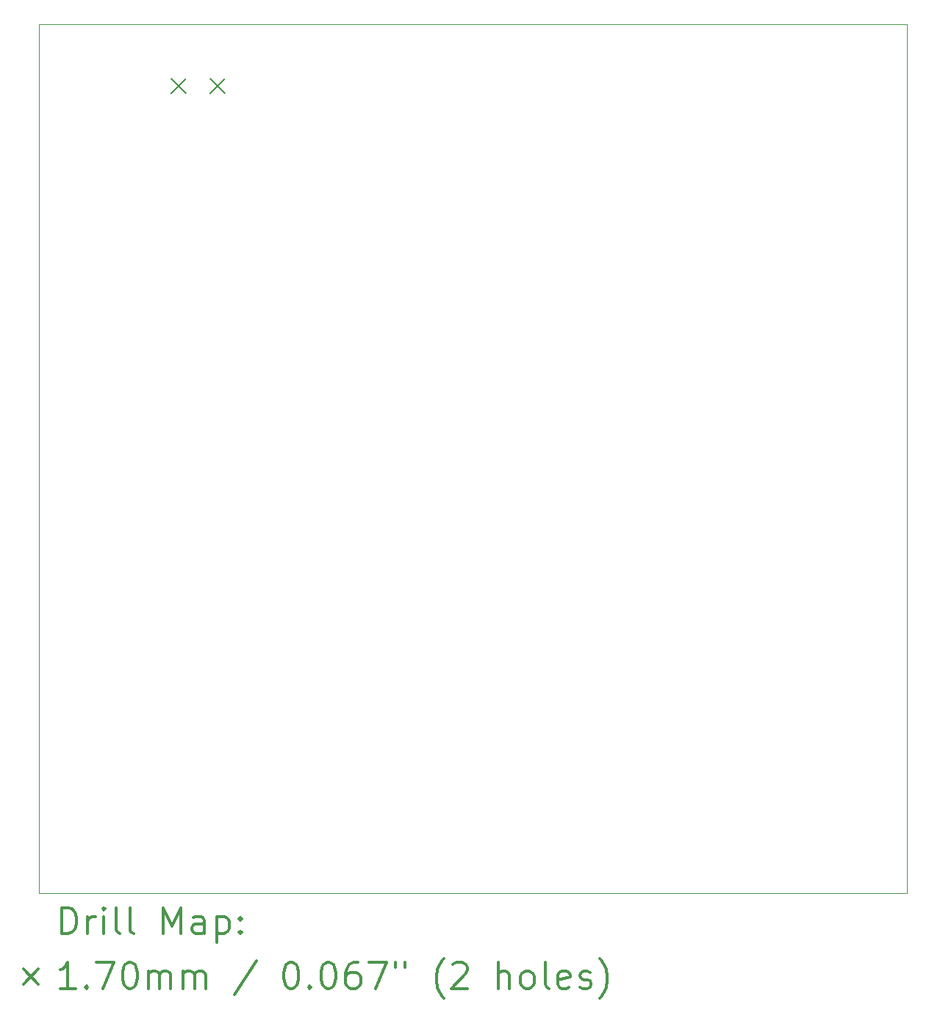
<source format=gbr>
%FSLAX45Y45*%
G04 Gerber Fmt 4.5, Leading zero omitted, Abs format (unit mm)*
G04 Created by KiCad (PCBNEW (2015-08-20 BZR 6109)-product) date Tue 23 Feb 2016 07:55:34 PM PST*
%MOMM*%
G01*
G04 APERTURE LIST*
%ADD10C,0.127000*%
%ADD11C,0.100000*%
%ADD12C,0.200000*%
%ADD13C,0.300000*%
G04 APERTURE END LIST*
D10*
D11*
X12000000Y-1780000D02*
X2000000Y-1780000D01*
X12000000Y-11780000D02*
X12000000Y-1780000D01*
X2000000Y-11780000D02*
X12000000Y-11780000D01*
X2000000Y-1780000D02*
X2000000Y-11780000D01*
D12*
X3524949Y-2405037D02*
X3694875Y-2574963D01*
X3694875Y-2405037D02*
X3524949Y-2574963D01*
X3975037Y-2405037D02*
X4144963Y-2574963D01*
X4144963Y-2405037D02*
X3975037Y-2574963D01*
D13*
X2266429Y-12250714D02*
X2266429Y-11950714D01*
X2337857Y-11950714D01*
X2380714Y-11965000D01*
X2409286Y-11993571D01*
X2423571Y-12022143D01*
X2437857Y-12079286D01*
X2437857Y-12122143D01*
X2423571Y-12179286D01*
X2409286Y-12207857D01*
X2380714Y-12236429D01*
X2337857Y-12250714D01*
X2266429Y-12250714D01*
X2566429Y-12250714D02*
X2566429Y-12050714D01*
X2566429Y-12107857D02*
X2580714Y-12079286D01*
X2595000Y-12065000D01*
X2623571Y-12050714D01*
X2652143Y-12050714D01*
X2752143Y-12250714D02*
X2752143Y-12050714D01*
X2752143Y-11950714D02*
X2737857Y-11965000D01*
X2752143Y-11979286D01*
X2766429Y-11965000D01*
X2752143Y-11950714D01*
X2752143Y-11979286D01*
X2937857Y-12250714D02*
X2909286Y-12236429D01*
X2895000Y-12207857D01*
X2895000Y-11950714D01*
X3095000Y-12250714D02*
X3066428Y-12236429D01*
X3052143Y-12207857D01*
X3052143Y-11950714D01*
X3437857Y-12250714D02*
X3437857Y-11950714D01*
X3537857Y-12165000D01*
X3637857Y-11950714D01*
X3637857Y-12250714D01*
X3909286Y-12250714D02*
X3909286Y-12093571D01*
X3895000Y-12065000D01*
X3866428Y-12050714D01*
X3809286Y-12050714D01*
X3780714Y-12065000D01*
X3909286Y-12236429D02*
X3880714Y-12250714D01*
X3809286Y-12250714D01*
X3780714Y-12236429D01*
X3766428Y-12207857D01*
X3766428Y-12179286D01*
X3780714Y-12150714D01*
X3809286Y-12136429D01*
X3880714Y-12136429D01*
X3909286Y-12122143D01*
X4052143Y-12050714D02*
X4052143Y-12350714D01*
X4052143Y-12065000D02*
X4080714Y-12050714D01*
X4137857Y-12050714D01*
X4166428Y-12065000D01*
X4180714Y-12079286D01*
X4195000Y-12107857D01*
X4195000Y-12193571D01*
X4180714Y-12222143D01*
X4166428Y-12236429D01*
X4137857Y-12250714D01*
X4080714Y-12250714D01*
X4052143Y-12236429D01*
X4323571Y-12222143D02*
X4337857Y-12236429D01*
X4323571Y-12250714D01*
X4309286Y-12236429D01*
X4323571Y-12222143D01*
X4323571Y-12250714D01*
X4323571Y-12065000D02*
X4337857Y-12079286D01*
X4323571Y-12093571D01*
X4309286Y-12079286D01*
X4323571Y-12065000D01*
X4323571Y-12093571D01*
X1825074Y-12660037D02*
X1995000Y-12829963D01*
X1995000Y-12660037D02*
X1825074Y-12829963D01*
X2423571Y-12880714D02*
X2252143Y-12880714D01*
X2337857Y-12880714D02*
X2337857Y-12580714D01*
X2309286Y-12623571D01*
X2280714Y-12652143D01*
X2252143Y-12666429D01*
X2552143Y-12852143D02*
X2566429Y-12866429D01*
X2552143Y-12880714D01*
X2537857Y-12866429D01*
X2552143Y-12852143D01*
X2552143Y-12880714D01*
X2666428Y-12580714D02*
X2866428Y-12580714D01*
X2737857Y-12880714D01*
X3037857Y-12580714D02*
X3066428Y-12580714D01*
X3095000Y-12595000D01*
X3109286Y-12609286D01*
X3123571Y-12637857D01*
X3137857Y-12695000D01*
X3137857Y-12766429D01*
X3123571Y-12823571D01*
X3109286Y-12852143D01*
X3095000Y-12866429D01*
X3066428Y-12880714D01*
X3037857Y-12880714D01*
X3009286Y-12866429D01*
X2995000Y-12852143D01*
X2980714Y-12823571D01*
X2966428Y-12766429D01*
X2966428Y-12695000D01*
X2980714Y-12637857D01*
X2995000Y-12609286D01*
X3009286Y-12595000D01*
X3037857Y-12580714D01*
X3266428Y-12880714D02*
X3266428Y-12680714D01*
X3266428Y-12709286D02*
X3280714Y-12695000D01*
X3309286Y-12680714D01*
X3352143Y-12680714D01*
X3380714Y-12695000D01*
X3395000Y-12723571D01*
X3395000Y-12880714D01*
X3395000Y-12723571D02*
X3409286Y-12695000D01*
X3437857Y-12680714D01*
X3480714Y-12680714D01*
X3509286Y-12695000D01*
X3523571Y-12723571D01*
X3523571Y-12880714D01*
X3666428Y-12880714D02*
X3666428Y-12680714D01*
X3666428Y-12709286D02*
X3680714Y-12695000D01*
X3709286Y-12680714D01*
X3752143Y-12680714D01*
X3780714Y-12695000D01*
X3795000Y-12723571D01*
X3795000Y-12880714D01*
X3795000Y-12723571D02*
X3809286Y-12695000D01*
X3837857Y-12680714D01*
X3880714Y-12680714D01*
X3909286Y-12695000D01*
X3923571Y-12723571D01*
X3923571Y-12880714D01*
X4509286Y-12566429D02*
X4252143Y-12952143D01*
X4895000Y-12580714D02*
X4923571Y-12580714D01*
X4952143Y-12595000D01*
X4966428Y-12609286D01*
X4980714Y-12637857D01*
X4995000Y-12695000D01*
X4995000Y-12766429D01*
X4980714Y-12823571D01*
X4966428Y-12852143D01*
X4952143Y-12866429D01*
X4923571Y-12880714D01*
X4895000Y-12880714D01*
X4866428Y-12866429D01*
X4852143Y-12852143D01*
X4837857Y-12823571D01*
X4823571Y-12766429D01*
X4823571Y-12695000D01*
X4837857Y-12637857D01*
X4852143Y-12609286D01*
X4866428Y-12595000D01*
X4895000Y-12580714D01*
X5123571Y-12852143D02*
X5137857Y-12866429D01*
X5123571Y-12880714D01*
X5109286Y-12866429D01*
X5123571Y-12852143D01*
X5123571Y-12880714D01*
X5323571Y-12580714D02*
X5352143Y-12580714D01*
X5380714Y-12595000D01*
X5395000Y-12609286D01*
X5409286Y-12637857D01*
X5423571Y-12695000D01*
X5423571Y-12766429D01*
X5409286Y-12823571D01*
X5395000Y-12852143D01*
X5380714Y-12866429D01*
X5352143Y-12880714D01*
X5323571Y-12880714D01*
X5295000Y-12866429D01*
X5280714Y-12852143D01*
X5266428Y-12823571D01*
X5252143Y-12766429D01*
X5252143Y-12695000D01*
X5266428Y-12637857D01*
X5280714Y-12609286D01*
X5295000Y-12595000D01*
X5323571Y-12580714D01*
X5680714Y-12580714D02*
X5623571Y-12580714D01*
X5595000Y-12595000D01*
X5580714Y-12609286D01*
X5552143Y-12652143D01*
X5537857Y-12709286D01*
X5537857Y-12823571D01*
X5552143Y-12852143D01*
X5566428Y-12866429D01*
X5595000Y-12880714D01*
X5652143Y-12880714D01*
X5680714Y-12866429D01*
X5695000Y-12852143D01*
X5709285Y-12823571D01*
X5709285Y-12752143D01*
X5695000Y-12723571D01*
X5680714Y-12709286D01*
X5652143Y-12695000D01*
X5595000Y-12695000D01*
X5566428Y-12709286D01*
X5552143Y-12723571D01*
X5537857Y-12752143D01*
X5809285Y-12580714D02*
X6009285Y-12580714D01*
X5880714Y-12880714D01*
X6109286Y-12580714D02*
X6109286Y-12637857D01*
X6223571Y-12580714D02*
X6223571Y-12637857D01*
X6666428Y-12995000D02*
X6652143Y-12980714D01*
X6623571Y-12937857D01*
X6609285Y-12909286D01*
X6595000Y-12866429D01*
X6580714Y-12795000D01*
X6580714Y-12737857D01*
X6595000Y-12666429D01*
X6609285Y-12623571D01*
X6623571Y-12595000D01*
X6652143Y-12552143D01*
X6666428Y-12537857D01*
X6766428Y-12609286D02*
X6780714Y-12595000D01*
X6809285Y-12580714D01*
X6880714Y-12580714D01*
X6909285Y-12595000D01*
X6923571Y-12609286D01*
X6937857Y-12637857D01*
X6937857Y-12666429D01*
X6923571Y-12709286D01*
X6752143Y-12880714D01*
X6937857Y-12880714D01*
X7295000Y-12880714D02*
X7295000Y-12580714D01*
X7423571Y-12880714D02*
X7423571Y-12723571D01*
X7409285Y-12695000D01*
X7380714Y-12680714D01*
X7337857Y-12680714D01*
X7309285Y-12695000D01*
X7295000Y-12709286D01*
X7609285Y-12880714D02*
X7580714Y-12866429D01*
X7566428Y-12852143D01*
X7552143Y-12823571D01*
X7552143Y-12737857D01*
X7566428Y-12709286D01*
X7580714Y-12695000D01*
X7609285Y-12680714D01*
X7652143Y-12680714D01*
X7680714Y-12695000D01*
X7695000Y-12709286D01*
X7709285Y-12737857D01*
X7709285Y-12823571D01*
X7695000Y-12852143D01*
X7680714Y-12866429D01*
X7652143Y-12880714D01*
X7609285Y-12880714D01*
X7880714Y-12880714D02*
X7852143Y-12866429D01*
X7837857Y-12837857D01*
X7837857Y-12580714D01*
X8109286Y-12866429D02*
X8080714Y-12880714D01*
X8023571Y-12880714D01*
X7995000Y-12866429D01*
X7980714Y-12837857D01*
X7980714Y-12723571D01*
X7995000Y-12695000D01*
X8023571Y-12680714D01*
X8080714Y-12680714D01*
X8109286Y-12695000D01*
X8123571Y-12723571D01*
X8123571Y-12752143D01*
X7980714Y-12780714D01*
X8237857Y-12866429D02*
X8266428Y-12880714D01*
X8323571Y-12880714D01*
X8352143Y-12866429D01*
X8366428Y-12837857D01*
X8366428Y-12823571D01*
X8352143Y-12795000D01*
X8323571Y-12780714D01*
X8280714Y-12780714D01*
X8252143Y-12766429D01*
X8237857Y-12737857D01*
X8237857Y-12723571D01*
X8252143Y-12695000D01*
X8280714Y-12680714D01*
X8323571Y-12680714D01*
X8352143Y-12695000D01*
X8466428Y-12995000D02*
X8480714Y-12980714D01*
X8509286Y-12937857D01*
X8523571Y-12909286D01*
X8537857Y-12866429D01*
X8552143Y-12795000D01*
X8552143Y-12737857D01*
X8537857Y-12666429D01*
X8523571Y-12623571D01*
X8509286Y-12595000D01*
X8480714Y-12552143D01*
X8466428Y-12537857D01*
M02*

</source>
